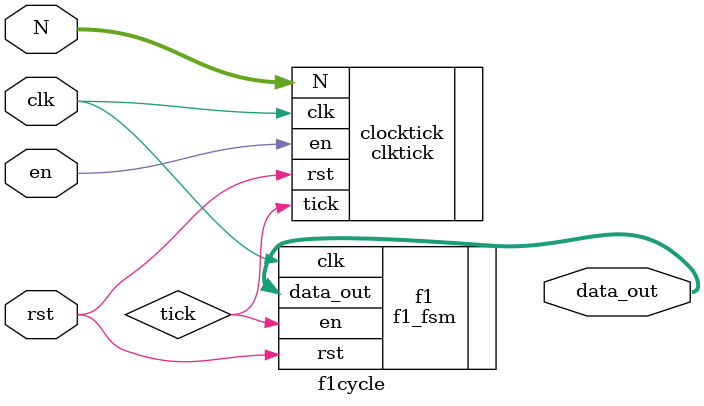
<source format=sv>
module f1cycle #(parameter WIDTH = 16

)(
    input  logic             clk,      // clock 
    input  logic             rst,      // reset
    input  logic             en,       // enable signal
    input  logic [WIDTH-1:0] N, 
    output logic [7:0]      data_out
);

    logic tick;

clktick clocktick(
    .clk (clk),
    .rst (rst),
    .en (en),
    .N (N),
    .tick (tick)
);

f1_fsm f1(
    .clk (clk),
    .en (tick),
    .rst (rst),
    .data_out (data_out)
);

endmodule

</source>
